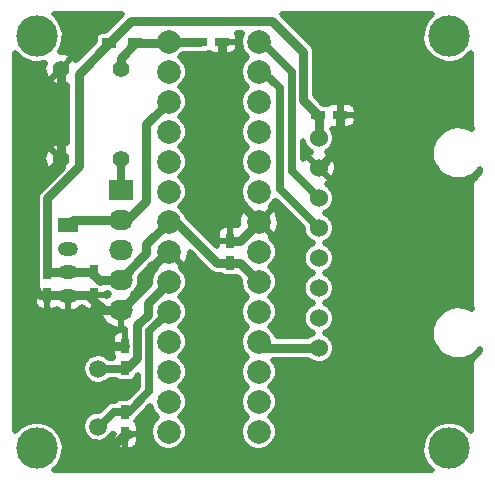
<source format=gbl>
G04 #@! TF.FileFunction,Copper,L2,Bot,Signal*
%FSLAX46Y46*%
G04 Gerber Fmt 4.6, Leading zero omitted, Abs format (unit mm)*
G04 Created by KiCad (PCBNEW 4.0.1-stable) date 2018/02/16 21:14:19*
%MOMM*%
G01*
G04 APERTURE LIST*
%ADD10C,0.100000*%
%ADD11R,1.700000X1.200000*%
%ADD12O,1.700000X1.200000*%
%ADD13C,1.397000*%
%ADD14R,2.032000X1.727200*%
%ADD15O,2.032000X1.727200*%
%ADD16C,2.000000*%
%ADD17C,3.500000*%
%ADD18C,1.524000*%
%ADD19R,0.750000X1.200000*%
%ADD20R,1.200000X0.750000*%
%ADD21R,1.200000X0.900000*%
%ADD22C,1.500000*%
%ADD23C,0.800000*%
%ADD24C,0.700000*%
%ADD25C,0.400000*%
%ADD26C,0.500000*%
G04 APERTURE END LIST*
D10*
D11*
X113919000Y-97790000D03*
D12*
X113919000Y-99790000D03*
X113919000Y-101790000D03*
X113919000Y-103790000D03*
D13*
X118364000Y-92202000D03*
X113284000Y-92202000D03*
X118364000Y-84582000D03*
X113284000Y-84582000D03*
D14*
X118364000Y-94869000D03*
D15*
X118364000Y-97409000D03*
X118364000Y-99949000D03*
X118364000Y-102489000D03*
X118364000Y-105029000D03*
D16*
X122428000Y-84836000D03*
X122428000Y-87376000D03*
X122428000Y-89916000D03*
X122428000Y-92456000D03*
X122428000Y-94996000D03*
X122428000Y-97536000D03*
X122428000Y-100076000D03*
X122428000Y-102616000D03*
X122428000Y-105156000D03*
X122428000Y-107696000D03*
X122428000Y-110236000D03*
X122428000Y-112776000D03*
X122428000Y-115316000D03*
X122428000Y-82296000D03*
X130048000Y-115316000D03*
X130048000Y-112776000D03*
X130048000Y-110236000D03*
X130048000Y-107696000D03*
X130048000Y-105156000D03*
X130048000Y-102616000D03*
X130048000Y-100076000D03*
X130048000Y-97536000D03*
X130048000Y-94996000D03*
X130048000Y-92456000D03*
X130048000Y-89916000D03*
X130048000Y-87376000D03*
X130048000Y-84836000D03*
X130048000Y-82296000D03*
D17*
X111252000Y-116713000D03*
X111252000Y-81788000D03*
D18*
X135128000Y-90424000D03*
X135128000Y-92964000D03*
X135128000Y-95504000D03*
X135128000Y-98044000D03*
X135128000Y-100584000D03*
X135128000Y-103124000D03*
X135128000Y-105664000D03*
X135128000Y-108204000D03*
D17*
X146177000Y-81788000D03*
D19*
X112141000Y-101793000D03*
X112141000Y-103693000D03*
X118745000Y-109916000D03*
X118745000Y-108016000D03*
X118745000Y-113604000D03*
X118745000Y-115504000D03*
X116078000Y-101793000D03*
X116078000Y-103693000D03*
X127635000Y-101026000D03*
X127635000Y-99126000D03*
D20*
X135067000Y-88519000D03*
X136967000Y-88519000D03*
X125034000Y-82296000D03*
X126934000Y-82296000D03*
D21*
X117391000Y-82423000D03*
X119591000Y-82423000D03*
D22*
X116459000Y-109982000D03*
X116459000Y-114862000D03*
D17*
X146177000Y-116713000D03*
D23*
X114808000Y-89535000D02*
X114808000Y-92837000D01*
X112141000Y-95504000D02*
X112141000Y-101793000D01*
X114808000Y-92837000D02*
X112141000Y-95504000D01*
X113919000Y-101790000D02*
X112271000Y-101790000D01*
X112271000Y-101790000D02*
X112268000Y-101793000D01*
X114909600Y-101790000D02*
X113795000Y-101790000D01*
X114909600Y-101790000D02*
X115821000Y-101790000D01*
X115821000Y-101790000D02*
X116586000Y-102555000D01*
X118364000Y-102489000D02*
X118364000Y-102362000D01*
X118364000Y-102362000D02*
X120523000Y-100203000D01*
X120523000Y-99441000D02*
X122428000Y-97536000D01*
X120523000Y-100203000D02*
X120523000Y-99441000D01*
X122428000Y-97536000D02*
X123063000Y-97536000D01*
X123063000Y-97536000D02*
X126553000Y-101026000D01*
X126553000Y-101026000D02*
X127635000Y-101026000D01*
X117391000Y-82423000D02*
X117391000Y-82380000D01*
X117391000Y-82380000D02*
X119253000Y-80518000D01*
X133792002Y-87244002D02*
X135067000Y-88519000D01*
X133792002Y-83119002D02*
X133792002Y-87244002D01*
X131191000Y-80518000D02*
X133792002Y-83119002D01*
X119253000Y-80518000D02*
X131191000Y-80518000D01*
X114808000Y-89535000D02*
X114808000Y-85006000D01*
X114808000Y-85006000D02*
X117391000Y-82423000D01*
X114808000Y-89535000D02*
X114808000Y-89492000D01*
X135067000Y-88519000D02*
X134808002Y-88519000D01*
X135128000Y-90424000D02*
X135128000Y-88580000D01*
X135128000Y-88580000D02*
X135067000Y-88519000D01*
X116586000Y-102555000D02*
X116652000Y-102489000D01*
X116652000Y-102489000D02*
X118364000Y-102489000D01*
D24*
X118364000Y-102489000D02*
X116652000Y-102489000D01*
X116652000Y-102489000D02*
X116586000Y-102555000D01*
D23*
X127635000Y-101026000D02*
X128458000Y-101026000D01*
X128458000Y-101026000D02*
X130048000Y-102616000D01*
X112141000Y-103693000D02*
X111567000Y-103693000D01*
X111125000Y-95105784D02*
X113338892Y-92891892D01*
X111125000Y-103251000D02*
X111125000Y-95105784D01*
X111567000Y-103693000D02*
X111125000Y-103251000D01*
X113338892Y-92891892D02*
X113338892Y-92256892D01*
X113338892Y-92256892D02*
X113284000Y-92202000D01*
X113284000Y-84582000D02*
X113284000Y-92202000D01*
X118364000Y-105029000D02*
X116906000Y-105029000D01*
X116906000Y-105029000D02*
X115570000Y-103693000D01*
X115570000Y-103693000D02*
X112268000Y-103693000D01*
X122301000Y-100076000D02*
X120142000Y-102235000D01*
X120142000Y-103251000D02*
X118364000Y-105029000D01*
X120142000Y-102235000D02*
X120142000Y-103251000D01*
X122428000Y-100076000D02*
X122301000Y-100076000D01*
X126934000Y-82296000D02*
X126934000Y-94422000D01*
X126934000Y-94422000D02*
X130048000Y-97536000D01*
X135128000Y-92964000D02*
X135255000Y-92964000D01*
X118745000Y-108016000D02*
X116266000Y-108016000D01*
X117790000Y-116459000D02*
X118745000Y-115504000D01*
X115951000Y-116459000D02*
X117790000Y-116459000D01*
X114935000Y-115443000D02*
X115951000Y-116459000D01*
X114935000Y-109347000D02*
X114935000Y-115443000D01*
X116266000Y-108016000D02*
X114935000Y-109347000D01*
X118745000Y-115504000D02*
X119060000Y-115504000D01*
X136967000Y-88519000D02*
X136967000Y-91125000D01*
X136967000Y-91125000D02*
X135128000Y-92964000D01*
X127635000Y-99126000D02*
X128458000Y-99126000D01*
X128458000Y-99126000D02*
X130048000Y-97536000D01*
X118745000Y-109916000D02*
X118876998Y-109916000D01*
X118876998Y-109916000D02*
X119761000Y-109031998D01*
X120650000Y-104394000D02*
X122428000Y-102616000D01*
X120650000Y-105410000D02*
X120650000Y-104394000D01*
X119761000Y-106299000D02*
X120650000Y-105410000D01*
X119761000Y-109031998D02*
X119761000Y-106299000D01*
D24*
X118745000Y-109916000D02*
X119065000Y-109916000D01*
X116459000Y-109982000D02*
X118679000Y-109982000D01*
X118745000Y-113604000D02*
X119060000Y-113604000D01*
X119060000Y-113604000D02*
X120777000Y-111887000D01*
X120777000Y-111887000D02*
X120777000Y-106807000D01*
X120777000Y-106807000D02*
X122428000Y-105156000D01*
X116459000Y-114862000D02*
X116532000Y-114862000D01*
X116532000Y-114862000D02*
X117790000Y-113604000D01*
X117790000Y-113604000D02*
X118933000Y-113604000D01*
D23*
X118364000Y-84582000D02*
X118364000Y-83650000D01*
X118364000Y-83650000D02*
X119591000Y-82423000D01*
X119591000Y-82423000D02*
X122301000Y-82423000D01*
X122301000Y-82423000D02*
X122428000Y-82296000D01*
X122428000Y-82296000D02*
X125034000Y-82296000D01*
D24*
X118364000Y-94869000D02*
X118364000Y-92202000D01*
X118364000Y-92202000D02*
X118364000Y-91948000D01*
D23*
X114078000Y-99949000D02*
X113919000Y-99790000D01*
X118364000Y-97409000D02*
X114300000Y-97409000D01*
X114300000Y-97409000D02*
X113919000Y-97790000D01*
X118364000Y-97409000D02*
X118872000Y-97409000D01*
X118872000Y-97409000D02*
X120523000Y-95758000D01*
X120523000Y-89281000D02*
X122428000Y-87376000D01*
X120523000Y-95758000D02*
X120523000Y-89281000D01*
D24*
X122428000Y-87376000D02*
X122682000Y-87376000D01*
D23*
X135128000Y-108204000D02*
X130556000Y-108204000D01*
X130556000Y-108204000D02*
X130048000Y-107696000D01*
D24*
X130048000Y-84836000D02*
X130429000Y-84836000D01*
X130429000Y-84836000D02*
X131826000Y-86233000D01*
X131826000Y-94742000D02*
X135128000Y-98044000D01*
X131826000Y-86233000D02*
X131826000Y-94742000D01*
X130048000Y-84836000D02*
X130683000Y-84836000D01*
D25*
X130048000Y-84836000D02*
X130556000Y-84836000D01*
D24*
X130048000Y-82296000D02*
X130302000Y-82296000D01*
X130302000Y-82296000D02*
X132842000Y-84836000D01*
X132842000Y-84836000D02*
X132842000Y-93218000D01*
X132842000Y-93218000D02*
X135128000Y-95504000D01*
X130048000Y-115316000D02*
X130556000Y-115316000D01*
D26*
G36*
X116986689Y-81370097D02*
X116791000Y-81370097D01*
X116695452Y-81377716D01*
X116533393Y-81427903D01*
X116391731Y-81521252D01*
X116281685Y-81650370D01*
X116211966Y-81805035D01*
X116188097Y-81973000D01*
X116188097Y-82211689D01*
X114548198Y-83851588D01*
X114529786Y-83813889D01*
X114470382Y-83724987D01*
X114187711Y-83683945D01*
X113289657Y-84582000D01*
X113303799Y-84596142D01*
X113298142Y-84601799D01*
X113284000Y-84587657D01*
X112385945Y-85485711D01*
X112426987Y-85768382D01*
X112674907Y-85912781D01*
X112946233Y-86006039D01*
X113230539Y-86044572D01*
X113516900Y-86026898D01*
X113794311Y-85953699D01*
X113808000Y-85947013D01*
X113808000Y-90841972D01*
X113621767Y-90777961D01*
X113337461Y-90739428D01*
X113051100Y-90757102D01*
X112773689Y-90830301D01*
X112515889Y-90956214D01*
X112426987Y-91015618D01*
X112385945Y-91298289D01*
X113284000Y-92196343D01*
X113298142Y-92182201D01*
X113303799Y-92187858D01*
X113289657Y-92202000D01*
X113303799Y-92216142D01*
X113298142Y-92221799D01*
X113284000Y-92207657D01*
X112385945Y-93105711D01*
X112426987Y-93388382D01*
X112674907Y-93532781D01*
X112692097Y-93538689D01*
X111433893Y-94796893D01*
X111375242Y-94868297D01*
X111315887Y-94939033D01*
X111313354Y-94943640D01*
X111310016Y-94947704D01*
X111266353Y-95029136D01*
X111221865Y-95110058D01*
X111220276Y-95115068D01*
X111217790Y-95119704D01*
X111190790Y-95208018D01*
X111162852Y-95296088D01*
X111162265Y-95301318D01*
X111160729Y-95306343D01*
X111151399Y-95398195D01*
X111141097Y-95490038D01*
X111141026Y-95500316D01*
X111141006Y-95500509D01*
X111141023Y-95500689D01*
X111141000Y-95504000D01*
X111141000Y-101793000D01*
X111160045Y-101987234D01*
X111163097Y-101997343D01*
X111163097Y-102393000D01*
X111170716Y-102488548D01*
X111200926Y-102586100D01*
X111177223Y-102609803D01*
X111094269Y-102733952D01*
X111037130Y-102871899D01*
X111008000Y-103018343D01*
X111008000Y-103499500D01*
X111197500Y-103689000D01*
X112137000Y-103689000D01*
X112137000Y-103669000D01*
X112145000Y-103669000D01*
X112145000Y-103689000D01*
X112165000Y-103689000D01*
X112165000Y-103697000D01*
X112145000Y-103697000D01*
X112145000Y-104861500D01*
X112334500Y-105051000D01*
X112590656Y-105051000D01*
X112737100Y-105021871D01*
X112875047Y-104964731D01*
X112930815Y-104927468D01*
X113145620Y-105043098D01*
X113400144Y-105121126D01*
X113665000Y-105148000D01*
X113915000Y-105148000D01*
X113915000Y-103794000D01*
X113895000Y-103794000D01*
X113895000Y-103786000D01*
X113915000Y-103786000D01*
X113915000Y-103766000D01*
X113923000Y-103766000D01*
X113923000Y-103786000D01*
X113943000Y-103786000D01*
X113943000Y-103794000D01*
X113923000Y-103794000D01*
X113923000Y-105148000D01*
X114173000Y-105148000D01*
X114437856Y-105121126D01*
X114692380Y-105043098D01*
X114926791Y-104916914D01*
X115108181Y-104767155D01*
X115114223Y-104776197D01*
X115219804Y-104881777D01*
X115343953Y-104964731D01*
X115481900Y-105021871D01*
X115628344Y-105051000D01*
X115884500Y-105051000D01*
X116074000Y-104861500D01*
X116074000Y-103697000D01*
X116054000Y-103697000D01*
X116054000Y-103689000D01*
X116074000Y-103689000D01*
X116074000Y-103669000D01*
X116082000Y-103669000D01*
X116082000Y-103689000D01*
X117021500Y-103689000D01*
X117179499Y-103531001D01*
X117339771Y-103665485D01*
X117307361Y-103682911D01*
X117142988Y-103818488D01*
X117021500Y-103697000D01*
X116082000Y-103697000D01*
X116082000Y-104861500D01*
X116271500Y-105051000D01*
X116527656Y-105051000D01*
X116618140Y-105033002D01*
X116779505Y-105033002D01*
X116610595Y-105286624D01*
X116620378Y-105341435D01*
X116711906Y-105645864D01*
X116861066Y-105926587D01*
X117062127Y-106172816D01*
X117307361Y-106375089D01*
X117587345Y-106525632D01*
X117891318Y-106618661D01*
X118207600Y-106650600D01*
X118360000Y-106650600D01*
X118360000Y-105033000D01*
X118340000Y-105033000D01*
X118340000Y-105025000D01*
X118360000Y-105025000D01*
X118360000Y-105005000D01*
X118368000Y-105005000D01*
X118368000Y-105025000D01*
X118388000Y-105025000D01*
X118388000Y-105033000D01*
X118368000Y-105033000D01*
X118368000Y-106650600D01*
X118520400Y-106650600D01*
X118761000Y-106626304D01*
X118761000Y-106835500D01*
X118749000Y-106847500D01*
X118749000Y-108012000D01*
X118761000Y-108012000D01*
X118761000Y-108020000D01*
X118749000Y-108020000D01*
X118749000Y-108040000D01*
X118741000Y-108040000D01*
X118741000Y-108020000D01*
X117801500Y-108020000D01*
X117612000Y-108209500D01*
X117612000Y-108690657D01*
X117641130Y-108837101D01*
X117698269Y-108975048D01*
X117736323Y-109032000D01*
X117418249Y-109032000D01*
X117323686Y-108936774D01*
X117104199Y-108788729D01*
X116860137Y-108686134D01*
X116600796Y-108632899D01*
X116336054Y-108631051D01*
X116075995Y-108680660D01*
X115830524Y-108779836D01*
X115608992Y-108924803D01*
X115419836Y-109110038D01*
X115270262Y-109328486D01*
X115165966Y-109571826D01*
X115110922Y-109830789D01*
X115107226Y-110095512D01*
X115155018Y-110355911D01*
X115252478Y-110602068D01*
X115395895Y-110824607D01*
X115579805Y-111015051D01*
X115797203Y-111166147D01*
X116039809Y-111272139D01*
X116298381Y-111328989D01*
X116563072Y-111334534D01*
X116823798Y-111288561D01*
X117070630Y-111192821D01*
X117294164Y-111050962D01*
X117419087Y-110932000D01*
X117937883Y-110932000D01*
X118047370Y-111025315D01*
X118202035Y-111095034D01*
X118370000Y-111118903D01*
X119120000Y-111118903D01*
X119215548Y-111111284D01*
X119377607Y-111061097D01*
X119519269Y-110967748D01*
X119629315Y-110838630D01*
X119699034Y-110683965D01*
X119709486Y-110610413D01*
X119734402Y-110590092D01*
X119827000Y-110478161D01*
X119827000Y-111493497D01*
X118919401Y-112401097D01*
X118370000Y-112401097D01*
X118274452Y-112408716D01*
X118112393Y-112458903D01*
X117970731Y-112552252D01*
X117884012Y-112654000D01*
X117790000Y-112654000D01*
X117702700Y-112662560D01*
X117615247Y-112670211D01*
X117610446Y-112671606D01*
X117605477Y-112672093D01*
X117521493Y-112697449D01*
X117437201Y-112721938D01*
X117432766Y-112724237D01*
X117427983Y-112725681D01*
X117350499Y-112766880D01*
X117272593Y-112807263D01*
X117268689Y-112810380D01*
X117264278Y-112812725D01*
X117196270Y-112868192D01*
X117127694Y-112922935D01*
X117120738Y-112929794D01*
X117120598Y-112929908D01*
X117120491Y-112930037D01*
X117118249Y-112932248D01*
X116538037Y-113512461D01*
X116336054Y-113511051D01*
X116075995Y-113560660D01*
X115830524Y-113659836D01*
X115608992Y-113804803D01*
X115419836Y-113990038D01*
X115270262Y-114208486D01*
X115165966Y-114451826D01*
X115110922Y-114710789D01*
X115107226Y-114975512D01*
X115155018Y-115235911D01*
X115252478Y-115482068D01*
X115395895Y-115704607D01*
X115579805Y-115895051D01*
X115797203Y-116046147D01*
X116039809Y-116152139D01*
X116298381Y-116208989D01*
X116563072Y-116214534D01*
X116823798Y-116168561D01*
X117070630Y-116072821D01*
X117294164Y-115930962D01*
X117485888Y-115748386D01*
X117638498Y-115532048D01*
X117649204Y-115508002D01*
X117801498Y-115508002D01*
X117612000Y-115697500D01*
X117612000Y-116178657D01*
X117641130Y-116325101D01*
X117698269Y-116463048D01*
X117781223Y-116587197D01*
X117886804Y-116692777D01*
X118010953Y-116775731D01*
X118148900Y-116832871D01*
X118295344Y-116862000D01*
X118551500Y-116862000D01*
X118741000Y-116672500D01*
X118741000Y-115508000D01*
X118749000Y-115508000D01*
X118749000Y-116672500D01*
X118938500Y-116862000D01*
X119194656Y-116862000D01*
X119341100Y-116832871D01*
X119479047Y-116775731D01*
X119603196Y-116692777D01*
X119708777Y-116587197D01*
X119791731Y-116463048D01*
X119848870Y-116325101D01*
X119878000Y-116178657D01*
X119878000Y-115697500D01*
X119688500Y-115508000D01*
X118749000Y-115508000D01*
X118741000Y-115508000D01*
X118721000Y-115508000D01*
X118721000Y-115500000D01*
X118741000Y-115500000D01*
X118741000Y-115480000D01*
X118749000Y-115480000D01*
X118749000Y-115500000D01*
X119688500Y-115500000D01*
X119878000Y-115310500D01*
X119878000Y-114829343D01*
X119848870Y-114682899D01*
X119791731Y-114544952D01*
X119708777Y-114420803D01*
X119686887Y-114398913D01*
X119699034Y-114371965D01*
X119709985Y-114294901D01*
X119722307Y-114285065D01*
X119729259Y-114278208D01*
X119729402Y-114278092D01*
X119729511Y-114277960D01*
X119731751Y-114275751D01*
X120867933Y-113139570D01*
X120882539Y-113219154D01*
X120998048Y-113510896D01*
X121168023Y-113774645D01*
X121385990Y-114000357D01*
X121449208Y-114044294D01*
X121420583Y-114063026D01*
X121196398Y-114282563D01*
X121019125Y-114541464D01*
X120895515Y-114829867D01*
X120830278Y-115136787D01*
X120825897Y-115450532D01*
X120882539Y-115759154D01*
X120998048Y-116050896D01*
X121168023Y-116314645D01*
X121385990Y-116540357D01*
X121643648Y-116719433D01*
X121931180Y-116845054D01*
X122237637Y-116912432D01*
X122551344Y-116919004D01*
X122860354Y-116864517D01*
X123152895Y-116751048D01*
X123417825Y-116582918D01*
X123645053Y-116366532D01*
X123825924Y-116110131D01*
X123953548Y-115823482D01*
X124023064Y-115517504D01*
X124028069Y-115159112D01*
X123967123Y-114851311D01*
X123847552Y-114561211D01*
X123673911Y-114299860D01*
X123452813Y-114077213D01*
X123409655Y-114048103D01*
X123417825Y-114042918D01*
X123645053Y-113826532D01*
X123825924Y-113570131D01*
X123953548Y-113283482D01*
X124023064Y-112977504D01*
X124028069Y-112619112D01*
X123967123Y-112311311D01*
X123847552Y-112021211D01*
X123673911Y-111759860D01*
X123452813Y-111537213D01*
X123409655Y-111508103D01*
X123417825Y-111502918D01*
X123645053Y-111286532D01*
X123825924Y-111030131D01*
X123953548Y-110743482D01*
X124023064Y-110437504D01*
X124028069Y-110079112D01*
X123967123Y-109771311D01*
X123847552Y-109481211D01*
X123673911Y-109219860D01*
X123452813Y-108997213D01*
X123409655Y-108968103D01*
X123417825Y-108962918D01*
X123645053Y-108746532D01*
X123825924Y-108490131D01*
X123953548Y-108203482D01*
X124023064Y-107897504D01*
X124028069Y-107539112D01*
X123967123Y-107231311D01*
X123847552Y-106941211D01*
X123673911Y-106679860D01*
X123452813Y-106457213D01*
X123409655Y-106428103D01*
X123417825Y-106422918D01*
X123645053Y-106206532D01*
X123825924Y-105950131D01*
X123953548Y-105663482D01*
X124023064Y-105357504D01*
X124028069Y-104999112D01*
X123967123Y-104691311D01*
X123847552Y-104401211D01*
X123673911Y-104139860D01*
X123452813Y-103917213D01*
X123409655Y-103888103D01*
X123417825Y-103882918D01*
X123645053Y-103666532D01*
X123825924Y-103410131D01*
X123953548Y-103123482D01*
X124023064Y-102817504D01*
X124028069Y-102459112D01*
X123967123Y-102151311D01*
X123847552Y-101861211D01*
X123673911Y-101599860D01*
X123486746Y-101411384D01*
X123540280Y-101193937D01*
X122428000Y-100081657D01*
X121315720Y-101193937D01*
X121369632Y-101412921D01*
X121196398Y-101582563D01*
X121019125Y-101841464D01*
X120895515Y-102129867D01*
X120830278Y-102436787D01*
X120825897Y-102750532D01*
X120834171Y-102795615D01*
X119942893Y-103686893D01*
X119884242Y-103758297D01*
X119824887Y-103829033D01*
X119822354Y-103833640D01*
X119819016Y-103837704D01*
X119775353Y-103919136D01*
X119742457Y-103978972D01*
X119665873Y-103885184D01*
X119420639Y-103682911D01*
X119387109Y-103664882D01*
X119555522Y-103527528D01*
X119737598Y-103307435D01*
X119873458Y-103056168D01*
X119957925Y-102783298D01*
X119987783Y-102499218D01*
X119961895Y-102214749D01*
X119953611Y-102186603D01*
X121022684Y-101117530D01*
X121310063Y-101188280D01*
X122422343Y-100076000D01*
X122408201Y-100061858D01*
X122413858Y-100056201D01*
X122428000Y-100070343D01*
X122442142Y-100056201D01*
X122447799Y-100061858D01*
X122433657Y-100076000D01*
X123545937Y-101188280D01*
X123859480Y-101111088D01*
X124033911Y-100811931D01*
X124146627Y-100484492D01*
X124193296Y-100141355D01*
X124189326Y-100076540D01*
X125845893Y-101733107D01*
X125917297Y-101791758D01*
X125988033Y-101851113D01*
X125992640Y-101853646D01*
X125996704Y-101856984D01*
X126078136Y-101900647D01*
X126159058Y-101945135D01*
X126164068Y-101946724D01*
X126168704Y-101949210D01*
X126257018Y-101976210D01*
X126345088Y-102004148D01*
X126350318Y-102004735D01*
X126355343Y-102006271D01*
X126447195Y-102015601D01*
X126539038Y-102025903D01*
X126549316Y-102025974D01*
X126549509Y-102025994D01*
X126549689Y-102025977D01*
X126553000Y-102026000D01*
X126809110Y-102026000D01*
X126937370Y-102135315D01*
X127092035Y-102205034D01*
X127260000Y-102228903D01*
X128010000Y-102228903D01*
X128105548Y-102221284D01*
X128207498Y-102189712D01*
X128451031Y-102433245D01*
X128450278Y-102436787D01*
X128445897Y-102750532D01*
X128502539Y-103059154D01*
X128618048Y-103350896D01*
X128788023Y-103614645D01*
X129005990Y-103840357D01*
X129069208Y-103884294D01*
X129040583Y-103903026D01*
X128816398Y-104122563D01*
X128639125Y-104381464D01*
X128515515Y-104669867D01*
X128450278Y-104976787D01*
X128445897Y-105290532D01*
X128502539Y-105599154D01*
X128618048Y-105890896D01*
X128788023Y-106154645D01*
X129005990Y-106380357D01*
X129069208Y-106424294D01*
X129040583Y-106443026D01*
X128816398Y-106662563D01*
X128639125Y-106921464D01*
X128515515Y-107209867D01*
X128450278Y-107516787D01*
X128445897Y-107830532D01*
X128502539Y-108139154D01*
X128618048Y-108430896D01*
X128788023Y-108694645D01*
X129005990Y-108920357D01*
X129069208Y-108964294D01*
X129040583Y-108983026D01*
X128816398Y-109202563D01*
X128639125Y-109461464D01*
X128515515Y-109749867D01*
X128450278Y-110056787D01*
X128445897Y-110370532D01*
X128502539Y-110679154D01*
X128618048Y-110970896D01*
X128788023Y-111234645D01*
X129005990Y-111460357D01*
X129069208Y-111504294D01*
X129040583Y-111523026D01*
X128816398Y-111742563D01*
X128639125Y-112001464D01*
X128515515Y-112289867D01*
X128450278Y-112596787D01*
X128445897Y-112910532D01*
X128502539Y-113219154D01*
X128618048Y-113510896D01*
X128788023Y-113774645D01*
X129005990Y-114000357D01*
X129069208Y-114044294D01*
X129040583Y-114063026D01*
X128816398Y-114282563D01*
X128639125Y-114541464D01*
X128515515Y-114829867D01*
X128450278Y-115136787D01*
X128445897Y-115450532D01*
X128502539Y-115759154D01*
X128618048Y-116050896D01*
X128788023Y-116314645D01*
X129005990Y-116540357D01*
X129263648Y-116719433D01*
X129551180Y-116845054D01*
X129857637Y-116912432D01*
X130171344Y-116919004D01*
X130480354Y-116864517D01*
X130772895Y-116751048D01*
X131037825Y-116582918D01*
X131265053Y-116366532D01*
X131445924Y-116110131D01*
X131573548Y-115823482D01*
X131643064Y-115517504D01*
X131648069Y-115159112D01*
X131587123Y-114851311D01*
X131467552Y-114561211D01*
X131293911Y-114299860D01*
X131072813Y-114077213D01*
X131029655Y-114048103D01*
X131037825Y-114042918D01*
X131265053Y-113826532D01*
X131445924Y-113570131D01*
X131573548Y-113283482D01*
X131643064Y-112977504D01*
X131648069Y-112619112D01*
X131587123Y-112311311D01*
X131467552Y-112021211D01*
X131293911Y-111759860D01*
X131072813Y-111537213D01*
X131029655Y-111508103D01*
X131037825Y-111502918D01*
X131265053Y-111286532D01*
X131445924Y-111030131D01*
X131573548Y-110743482D01*
X131643064Y-110437504D01*
X131648069Y-110079112D01*
X131587123Y-109771311D01*
X131467552Y-109481211D01*
X131293911Y-109219860D01*
X131278161Y-109204000D01*
X134200205Y-109204000D01*
X134240990Y-109246234D01*
X134460320Y-109398672D01*
X134705082Y-109505606D01*
X134965954Y-109562963D01*
X135232997Y-109568556D01*
X135496041Y-109522175D01*
X135745066Y-109425584D01*
X135970588Y-109282464D01*
X136164016Y-109098265D01*
X136317982Y-108880004D01*
X136426622Y-108635994D01*
X136485798Y-108375530D01*
X136490058Y-108070449D01*
X136438178Y-107808434D01*
X136336393Y-107561486D01*
X136188581Y-107339011D01*
X136000372Y-107149483D01*
X135778935Y-107000122D01*
X135620968Y-106933719D01*
X135745066Y-106885584D01*
X135970588Y-106742464D01*
X136164016Y-106558265D01*
X136317982Y-106340004D01*
X136426622Y-106095994D01*
X136485798Y-105835530D01*
X136490058Y-105530449D01*
X136438178Y-105268434D01*
X136336393Y-105021486D01*
X136188581Y-104799011D01*
X136000372Y-104609483D01*
X135778935Y-104460122D01*
X135620968Y-104393719D01*
X135745066Y-104345584D01*
X135970588Y-104202464D01*
X136164016Y-104018265D01*
X136317982Y-103800004D01*
X136426622Y-103555994D01*
X136485798Y-103295530D01*
X136490058Y-102990449D01*
X136438178Y-102728434D01*
X136336393Y-102481486D01*
X136188581Y-102259011D01*
X136000372Y-102069483D01*
X135778935Y-101920122D01*
X135620968Y-101853719D01*
X135745066Y-101805584D01*
X135970588Y-101662464D01*
X136164016Y-101478265D01*
X136317982Y-101260004D01*
X136426622Y-101015994D01*
X136485798Y-100755530D01*
X136490058Y-100450449D01*
X136438178Y-100188434D01*
X136336393Y-99941486D01*
X136188581Y-99719011D01*
X136000372Y-99529483D01*
X135778935Y-99380122D01*
X135620968Y-99313719D01*
X135745066Y-99265584D01*
X135970588Y-99122464D01*
X136164016Y-98938265D01*
X136317982Y-98720004D01*
X136426622Y-98475994D01*
X136485798Y-98215530D01*
X136490058Y-97910449D01*
X136438178Y-97648434D01*
X136336393Y-97401486D01*
X136188581Y-97179011D01*
X136000372Y-96989483D01*
X135778935Y-96840122D01*
X135620968Y-96773719D01*
X135745066Y-96725584D01*
X135970588Y-96582464D01*
X136164016Y-96398265D01*
X136317982Y-96180004D01*
X136426622Y-95935994D01*
X136485798Y-95675530D01*
X136490058Y-95370449D01*
X136438178Y-95108434D01*
X136336393Y-94861486D01*
X136188581Y-94639011D01*
X136000372Y-94449483D01*
X135811237Y-94321910D01*
X135929450Y-94264190D01*
X136022518Y-94202003D01*
X136071174Y-93912831D01*
X135128000Y-92969657D01*
X135113858Y-92983799D01*
X135108201Y-92978142D01*
X135122343Y-92964000D01*
X135133657Y-92964000D01*
X136076831Y-93907174D01*
X136366003Y-93858518D01*
X136516727Y-93599807D01*
X136614083Y-93316663D01*
X136654330Y-93019966D01*
X136635920Y-92721118D01*
X136559562Y-92431604D01*
X136428190Y-92162550D01*
X136366003Y-92069482D01*
X136076831Y-92020826D01*
X135133657Y-92964000D01*
X135122343Y-92964000D01*
X134179169Y-92020826D01*
X133889997Y-92069482D01*
X133792000Y-92237689D01*
X133792000Y-90689937D01*
X133812427Y-90801235D01*
X133910754Y-91049580D01*
X134055445Y-91274097D01*
X134240990Y-91466234D01*
X134443267Y-91606820D01*
X134326550Y-91663810D01*
X134233482Y-91725997D01*
X134184826Y-92015169D01*
X135128000Y-92958343D01*
X136071174Y-92015169D01*
X136022518Y-91725997D01*
X135811800Y-91603234D01*
X135970588Y-91502464D01*
X136164016Y-91318265D01*
X136317982Y-91100004D01*
X136426622Y-90855994D01*
X136485798Y-90595530D01*
X136490058Y-90290449D01*
X136438178Y-90028434D01*
X136336393Y-89781486D01*
X136243970Y-89642378D01*
X136292343Y-89652000D01*
X136773500Y-89652000D01*
X136963000Y-89462500D01*
X136963000Y-88523000D01*
X136971000Y-88523000D01*
X136971000Y-89462500D01*
X137160500Y-89652000D01*
X137641657Y-89652000D01*
X137788101Y-89622870D01*
X137926048Y-89565731D01*
X138050197Y-89482777D01*
X138155777Y-89377196D01*
X138238731Y-89253047D01*
X138295871Y-89115100D01*
X138325000Y-88968656D01*
X138325000Y-88712500D01*
X138135500Y-88523000D01*
X136971000Y-88523000D01*
X136963000Y-88523000D01*
X136943000Y-88523000D01*
X136943000Y-88515000D01*
X136963000Y-88515000D01*
X136963000Y-87575500D01*
X136971000Y-87575500D01*
X136971000Y-88515000D01*
X138135500Y-88515000D01*
X138325000Y-88325500D01*
X138325000Y-88069344D01*
X138295871Y-87922900D01*
X138238731Y-87784953D01*
X138155777Y-87660804D01*
X138050197Y-87555223D01*
X137926048Y-87472269D01*
X137788101Y-87415130D01*
X137641657Y-87386000D01*
X137160500Y-87386000D01*
X136971000Y-87575500D01*
X136963000Y-87575500D01*
X136773500Y-87386000D01*
X136292343Y-87386000D01*
X136145899Y-87415130D01*
X136007952Y-87472269D01*
X135883803Y-87555223D01*
X135861913Y-87577113D01*
X135834965Y-87564966D01*
X135667000Y-87541097D01*
X135503310Y-87541097D01*
X134792002Y-86829788D01*
X134792002Y-83119002D01*
X134782986Y-83027052D01*
X134774937Y-82935051D01*
X134773470Y-82930002D01*
X134772957Y-82924768D01*
X134746248Y-82836302D01*
X134720487Y-82747634D01*
X134718069Y-82742968D01*
X134716548Y-82737932D01*
X134673182Y-82656371D01*
X134630673Y-82574363D01*
X134627391Y-82570252D01*
X134624923Y-82565610D01*
X134566573Y-82494066D01*
X134508913Y-82421836D01*
X134501693Y-82414515D01*
X134501573Y-82414368D01*
X134501437Y-82414255D01*
X134499109Y-82411895D01*
X132010214Y-79923000D01*
X144735092Y-79923000D01*
X144697356Y-79947694D01*
X144368085Y-80270140D01*
X144107715Y-80650401D01*
X143926163Y-81073993D01*
X143830345Y-81524780D01*
X143823911Y-81985594D01*
X143907105Y-82438882D01*
X144076758Y-82867378D01*
X144326409Y-83254760D01*
X144646548Y-83586274D01*
X145024982Y-83849293D01*
X145447296Y-84033797D01*
X145897404Y-84132760D01*
X146358162Y-84142411D01*
X146812019Y-84062384D01*
X147241689Y-83895726D01*
X147630805Y-83648786D01*
X147964546Y-83330968D01*
X148042000Y-83221170D01*
X148042000Y-89408000D01*
X148048082Y-89470031D01*
X148053518Y-89532167D01*
X148054509Y-89535577D01*
X148054855Y-89539108D01*
X148072879Y-89598808D01*
X148090272Y-89658673D01*
X148091904Y-89661822D01*
X148092931Y-89665223D01*
X148106158Y-89690099D01*
X147780139Y-89525415D01*
X147342906Y-89403337D01*
X146890288Y-89368510D01*
X146439526Y-89422260D01*
X146007788Y-89562540D01*
X145611520Y-89784007D01*
X145265816Y-90078225D01*
X144983842Y-90433987D01*
X144776340Y-90837742D01*
X144651213Y-91274112D01*
X144613227Y-91726476D01*
X144663829Y-92177603D01*
X144801091Y-92610309D01*
X145019786Y-93008113D01*
X145311583Y-93355863D01*
X145665368Y-93640314D01*
X146067665Y-93850630D01*
X146503151Y-93978800D01*
X146955238Y-94019943D01*
X147406707Y-93972492D01*
X147840361Y-93838254D01*
X148239683Y-93622341D01*
X148589462Y-93332979D01*
X148804000Y-93069929D01*
X148804000Y-93319406D01*
X148239703Y-93883703D01*
X148200130Y-93931879D01*
X148160048Y-93979647D01*
X148158339Y-93982757D01*
X148156085Y-93985500D01*
X148126593Y-94040502D01*
X148096584Y-94095089D01*
X148095512Y-94098467D01*
X148093832Y-94101601D01*
X148075588Y-94161275D01*
X148056750Y-94220660D01*
X148056354Y-94224188D01*
X148055317Y-94227581D01*
X148049016Y-94289615D01*
X148042066Y-94351576D01*
X148042017Y-94358512D01*
X148042004Y-94358644D01*
X148042016Y-94358767D01*
X148042000Y-94361000D01*
X148042000Y-104648000D01*
X148048082Y-104710031D01*
X148053518Y-104772167D01*
X148054509Y-104775577D01*
X148054855Y-104779108D01*
X148072879Y-104838808D01*
X148090272Y-104898673D01*
X148091904Y-104901822D01*
X148092931Y-104905223D01*
X148106158Y-104930099D01*
X147780139Y-104765415D01*
X147342906Y-104643337D01*
X146890288Y-104608510D01*
X146439526Y-104662260D01*
X146007788Y-104802540D01*
X145611520Y-105024007D01*
X145265816Y-105318225D01*
X144983842Y-105673987D01*
X144776340Y-106077742D01*
X144651213Y-106514112D01*
X144613227Y-106966476D01*
X144663829Y-107417603D01*
X144801091Y-107850309D01*
X145019786Y-108248113D01*
X145311583Y-108595863D01*
X145665368Y-108880314D01*
X146067665Y-109090630D01*
X146503151Y-109218800D01*
X146955238Y-109259943D01*
X147406707Y-109212492D01*
X147840361Y-109078254D01*
X148239683Y-108862341D01*
X148589462Y-108572979D01*
X148804000Y-108309929D01*
X148804000Y-108432406D01*
X148239703Y-108996703D01*
X148200130Y-109044879D01*
X148160048Y-109092647D01*
X148158339Y-109095757D01*
X148156085Y-109098500D01*
X148126593Y-109153502D01*
X148096584Y-109208089D01*
X148095512Y-109211467D01*
X148093832Y-109214601D01*
X148075588Y-109274275D01*
X148056750Y-109333660D01*
X148056354Y-109337188D01*
X148055317Y-109340581D01*
X148049016Y-109402615D01*
X148042066Y-109464576D01*
X148042017Y-109471512D01*
X148042004Y-109471644D01*
X148042016Y-109471767D01*
X148042000Y-109474000D01*
X148042000Y-115273327D01*
X148006931Y-115220544D01*
X147682195Y-114893532D01*
X147300125Y-114635823D01*
X146875276Y-114457233D01*
X146423830Y-114364565D01*
X145962983Y-114361347D01*
X145510287Y-114447704D01*
X145082986Y-114620345D01*
X144697356Y-114872694D01*
X144368085Y-115195140D01*
X144107715Y-115575401D01*
X143926163Y-115998993D01*
X143830345Y-116449780D01*
X143823911Y-116910594D01*
X143907105Y-117363882D01*
X144076758Y-117792378D01*
X144326409Y-118179760D01*
X144646548Y-118511274D01*
X144742554Y-118578000D01*
X112699165Y-118578000D01*
X112705805Y-118573786D01*
X113039546Y-118255968D01*
X113305200Y-117879380D01*
X113492648Y-117458364D01*
X113594751Y-117008958D01*
X113602101Y-116482571D01*
X113512586Y-116030489D01*
X113336967Y-115604403D01*
X113081931Y-115220544D01*
X112757195Y-114893532D01*
X112375125Y-114635823D01*
X111950276Y-114457233D01*
X111498830Y-114364565D01*
X111037983Y-114361347D01*
X110585287Y-114447704D01*
X110157986Y-114620345D01*
X109772356Y-114872694D01*
X109443085Y-115195140D01*
X109387000Y-115277050D01*
X109387000Y-107341343D01*
X117612000Y-107341343D01*
X117612000Y-107822500D01*
X117801500Y-108012000D01*
X118741000Y-108012000D01*
X118741000Y-106847500D01*
X118551500Y-106658000D01*
X118295344Y-106658000D01*
X118148900Y-106687129D01*
X118010953Y-106744269D01*
X117886804Y-106827223D01*
X117781223Y-106932803D01*
X117698269Y-107056952D01*
X117641130Y-107194899D01*
X117612000Y-107341343D01*
X109387000Y-107341343D01*
X109387000Y-103886500D01*
X111008000Y-103886500D01*
X111008000Y-104367657D01*
X111037130Y-104514101D01*
X111094269Y-104652048D01*
X111177223Y-104776197D01*
X111282804Y-104881777D01*
X111406953Y-104964731D01*
X111544900Y-105021871D01*
X111691344Y-105051000D01*
X111947500Y-105051000D01*
X112137000Y-104861500D01*
X112137000Y-103697000D01*
X111197500Y-103697000D01*
X111008000Y-103886500D01*
X109387000Y-103886500D01*
X109387000Y-92148539D01*
X111821428Y-92148539D01*
X111839102Y-92434900D01*
X111912301Y-92712311D01*
X112038214Y-92970111D01*
X112097618Y-93059013D01*
X112380289Y-93100055D01*
X113278343Y-92202000D01*
X112380289Y-91303945D01*
X112097618Y-91344987D01*
X111953219Y-91592907D01*
X111859961Y-91864233D01*
X111821428Y-92148539D01*
X109387000Y-92148539D01*
X109387000Y-83232402D01*
X109401409Y-83254760D01*
X109721548Y-83586274D01*
X110099982Y-83849293D01*
X110522296Y-84033797D01*
X110972404Y-84132760D01*
X111433162Y-84142411D01*
X111887019Y-84062384D01*
X111927917Y-84046521D01*
X111859961Y-84244233D01*
X111821428Y-84528539D01*
X111839102Y-84814900D01*
X111912301Y-85092311D01*
X112038214Y-85350111D01*
X112097618Y-85439013D01*
X112380289Y-85480055D01*
X113278343Y-84582000D01*
X113264201Y-84567858D01*
X113269858Y-84562201D01*
X113284000Y-84576343D01*
X114182055Y-83678289D01*
X114141013Y-83395618D01*
X113893093Y-83251219D01*
X113621767Y-83157961D01*
X113337461Y-83119428D01*
X113182003Y-83129023D01*
X113305200Y-82954380D01*
X113492648Y-82533364D01*
X113594751Y-82083958D01*
X113602101Y-81557571D01*
X113512586Y-81105489D01*
X113336967Y-80679403D01*
X113081931Y-80295544D01*
X112757195Y-79968532D01*
X112689691Y-79923000D01*
X118433786Y-79923000D01*
X116986689Y-81370097D01*
X116986689Y-81370097D01*
G37*
X116986689Y-81370097D02*
X116791000Y-81370097D01*
X116695452Y-81377716D01*
X116533393Y-81427903D01*
X116391731Y-81521252D01*
X116281685Y-81650370D01*
X116211966Y-81805035D01*
X116188097Y-81973000D01*
X116188097Y-82211689D01*
X114548198Y-83851588D01*
X114529786Y-83813889D01*
X114470382Y-83724987D01*
X114187711Y-83683945D01*
X113289657Y-84582000D01*
X113303799Y-84596142D01*
X113298142Y-84601799D01*
X113284000Y-84587657D01*
X112385945Y-85485711D01*
X112426987Y-85768382D01*
X112674907Y-85912781D01*
X112946233Y-86006039D01*
X113230539Y-86044572D01*
X113516900Y-86026898D01*
X113794311Y-85953699D01*
X113808000Y-85947013D01*
X113808000Y-90841972D01*
X113621767Y-90777961D01*
X113337461Y-90739428D01*
X113051100Y-90757102D01*
X112773689Y-90830301D01*
X112515889Y-90956214D01*
X112426987Y-91015618D01*
X112385945Y-91298289D01*
X113284000Y-92196343D01*
X113298142Y-92182201D01*
X113303799Y-92187858D01*
X113289657Y-92202000D01*
X113303799Y-92216142D01*
X113298142Y-92221799D01*
X113284000Y-92207657D01*
X112385945Y-93105711D01*
X112426987Y-93388382D01*
X112674907Y-93532781D01*
X112692097Y-93538689D01*
X111433893Y-94796893D01*
X111375242Y-94868297D01*
X111315887Y-94939033D01*
X111313354Y-94943640D01*
X111310016Y-94947704D01*
X111266353Y-95029136D01*
X111221865Y-95110058D01*
X111220276Y-95115068D01*
X111217790Y-95119704D01*
X111190790Y-95208018D01*
X111162852Y-95296088D01*
X111162265Y-95301318D01*
X111160729Y-95306343D01*
X111151399Y-95398195D01*
X111141097Y-95490038D01*
X111141026Y-95500316D01*
X111141006Y-95500509D01*
X111141023Y-95500689D01*
X111141000Y-95504000D01*
X111141000Y-101793000D01*
X111160045Y-101987234D01*
X111163097Y-101997343D01*
X111163097Y-102393000D01*
X111170716Y-102488548D01*
X111200926Y-102586100D01*
X111177223Y-102609803D01*
X111094269Y-102733952D01*
X111037130Y-102871899D01*
X111008000Y-103018343D01*
X111008000Y-103499500D01*
X111197500Y-103689000D01*
X112137000Y-103689000D01*
X112137000Y-103669000D01*
X112145000Y-103669000D01*
X112145000Y-103689000D01*
X112165000Y-103689000D01*
X112165000Y-103697000D01*
X112145000Y-103697000D01*
X112145000Y-104861500D01*
X112334500Y-105051000D01*
X112590656Y-105051000D01*
X112737100Y-105021871D01*
X112875047Y-104964731D01*
X112930815Y-104927468D01*
X113145620Y-105043098D01*
X113400144Y-105121126D01*
X113665000Y-105148000D01*
X113915000Y-105148000D01*
X113915000Y-103794000D01*
X113895000Y-103794000D01*
X113895000Y-103786000D01*
X113915000Y-103786000D01*
X113915000Y-103766000D01*
X113923000Y-103766000D01*
X113923000Y-103786000D01*
X113943000Y-103786000D01*
X113943000Y-103794000D01*
X113923000Y-103794000D01*
X113923000Y-105148000D01*
X114173000Y-105148000D01*
X114437856Y-105121126D01*
X114692380Y-105043098D01*
X114926791Y-104916914D01*
X115108181Y-104767155D01*
X115114223Y-104776197D01*
X115219804Y-104881777D01*
X115343953Y-104964731D01*
X115481900Y-105021871D01*
X115628344Y-105051000D01*
X115884500Y-105051000D01*
X116074000Y-104861500D01*
X116074000Y-103697000D01*
X116054000Y-103697000D01*
X116054000Y-103689000D01*
X116074000Y-103689000D01*
X116074000Y-103669000D01*
X116082000Y-103669000D01*
X116082000Y-103689000D01*
X117021500Y-103689000D01*
X117179499Y-103531001D01*
X117339771Y-103665485D01*
X117307361Y-103682911D01*
X117142988Y-103818488D01*
X117021500Y-103697000D01*
X116082000Y-103697000D01*
X116082000Y-104861500D01*
X116271500Y-105051000D01*
X116527656Y-105051000D01*
X116618140Y-105033002D01*
X116779505Y-105033002D01*
X116610595Y-105286624D01*
X116620378Y-105341435D01*
X116711906Y-105645864D01*
X116861066Y-105926587D01*
X117062127Y-106172816D01*
X117307361Y-106375089D01*
X117587345Y-106525632D01*
X117891318Y-106618661D01*
X118207600Y-106650600D01*
X118360000Y-106650600D01*
X118360000Y-105033000D01*
X118340000Y-105033000D01*
X118340000Y-105025000D01*
X118360000Y-105025000D01*
X118360000Y-105005000D01*
X118368000Y-105005000D01*
X118368000Y-105025000D01*
X118388000Y-105025000D01*
X118388000Y-105033000D01*
X118368000Y-105033000D01*
X118368000Y-106650600D01*
X118520400Y-106650600D01*
X118761000Y-106626304D01*
X118761000Y-106835500D01*
X118749000Y-106847500D01*
X118749000Y-108012000D01*
X118761000Y-108012000D01*
X118761000Y-108020000D01*
X118749000Y-108020000D01*
X118749000Y-108040000D01*
X118741000Y-108040000D01*
X118741000Y-108020000D01*
X117801500Y-108020000D01*
X117612000Y-108209500D01*
X117612000Y-108690657D01*
X117641130Y-108837101D01*
X117698269Y-108975048D01*
X117736323Y-109032000D01*
X117418249Y-109032000D01*
X117323686Y-108936774D01*
X117104199Y-108788729D01*
X116860137Y-108686134D01*
X116600796Y-108632899D01*
X116336054Y-108631051D01*
X116075995Y-108680660D01*
X115830524Y-108779836D01*
X115608992Y-108924803D01*
X115419836Y-109110038D01*
X115270262Y-109328486D01*
X115165966Y-109571826D01*
X115110922Y-109830789D01*
X115107226Y-110095512D01*
X115155018Y-110355911D01*
X115252478Y-110602068D01*
X115395895Y-110824607D01*
X115579805Y-111015051D01*
X115797203Y-111166147D01*
X116039809Y-111272139D01*
X116298381Y-111328989D01*
X116563072Y-111334534D01*
X116823798Y-111288561D01*
X117070630Y-111192821D01*
X117294164Y-111050962D01*
X117419087Y-110932000D01*
X117937883Y-110932000D01*
X118047370Y-111025315D01*
X118202035Y-111095034D01*
X118370000Y-111118903D01*
X119120000Y-111118903D01*
X119215548Y-111111284D01*
X119377607Y-111061097D01*
X119519269Y-110967748D01*
X119629315Y-110838630D01*
X119699034Y-110683965D01*
X119709486Y-110610413D01*
X119734402Y-110590092D01*
X119827000Y-110478161D01*
X119827000Y-111493497D01*
X118919401Y-112401097D01*
X118370000Y-112401097D01*
X118274452Y-112408716D01*
X118112393Y-112458903D01*
X117970731Y-112552252D01*
X117884012Y-112654000D01*
X117790000Y-112654000D01*
X117702700Y-112662560D01*
X117615247Y-112670211D01*
X117610446Y-112671606D01*
X117605477Y-112672093D01*
X117521493Y-112697449D01*
X117437201Y-112721938D01*
X117432766Y-112724237D01*
X117427983Y-112725681D01*
X117350499Y-112766880D01*
X117272593Y-112807263D01*
X117268689Y-112810380D01*
X117264278Y-112812725D01*
X117196270Y-112868192D01*
X117127694Y-112922935D01*
X117120738Y-112929794D01*
X117120598Y-112929908D01*
X117120491Y-112930037D01*
X117118249Y-112932248D01*
X116538037Y-113512461D01*
X116336054Y-113511051D01*
X116075995Y-113560660D01*
X115830524Y-113659836D01*
X115608992Y-113804803D01*
X115419836Y-113990038D01*
X115270262Y-114208486D01*
X115165966Y-114451826D01*
X115110922Y-114710789D01*
X115107226Y-114975512D01*
X115155018Y-115235911D01*
X115252478Y-115482068D01*
X115395895Y-115704607D01*
X115579805Y-115895051D01*
X115797203Y-116046147D01*
X116039809Y-116152139D01*
X116298381Y-116208989D01*
X116563072Y-116214534D01*
X116823798Y-116168561D01*
X117070630Y-116072821D01*
X117294164Y-115930962D01*
X117485888Y-115748386D01*
X117638498Y-115532048D01*
X117649204Y-115508002D01*
X117801498Y-115508002D01*
X117612000Y-115697500D01*
X117612000Y-116178657D01*
X117641130Y-116325101D01*
X117698269Y-116463048D01*
X117781223Y-116587197D01*
X117886804Y-116692777D01*
X118010953Y-116775731D01*
X118148900Y-116832871D01*
X118295344Y-116862000D01*
X118551500Y-116862000D01*
X118741000Y-116672500D01*
X118741000Y-115508000D01*
X118749000Y-115508000D01*
X118749000Y-116672500D01*
X118938500Y-116862000D01*
X119194656Y-116862000D01*
X119341100Y-116832871D01*
X119479047Y-116775731D01*
X119603196Y-116692777D01*
X119708777Y-116587197D01*
X119791731Y-116463048D01*
X119848870Y-116325101D01*
X119878000Y-116178657D01*
X119878000Y-115697500D01*
X119688500Y-115508000D01*
X118749000Y-115508000D01*
X118741000Y-115508000D01*
X118721000Y-115508000D01*
X118721000Y-115500000D01*
X118741000Y-115500000D01*
X118741000Y-115480000D01*
X118749000Y-115480000D01*
X118749000Y-115500000D01*
X119688500Y-115500000D01*
X119878000Y-115310500D01*
X119878000Y-114829343D01*
X119848870Y-114682899D01*
X119791731Y-114544952D01*
X119708777Y-114420803D01*
X119686887Y-114398913D01*
X119699034Y-114371965D01*
X119709985Y-114294901D01*
X119722307Y-114285065D01*
X119729259Y-114278208D01*
X119729402Y-114278092D01*
X119729511Y-114277960D01*
X119731751Y-114275751D01*
X120867933Y-113139570D01*
X120882539Y-113219154D01*
X120998048Y-113510896D01*
X121168023Y-113774645D01*
X121385990Y-114000357D01*
X121449208Y-114044294D01*
X121420583Y-114063026D01*
X121196398Y-114282563D01*
X121019125Y-114541464D01*
X120895515Y-114829867D01*
X120830278Y-115136787D01*
X120825897Y-115450532D01*
X120882539Y-115759154D01*
X120998048Y-116050896D01*
X121168023Y-116314645D01*
X121385990Y-116540357D01*
X121643648Y-116719433D01*
X121931180Y-116845054D01*
X122237637Y-116912432D01*
X122551344Y-116919004D01*
X122860354Y-116864517D01*
X123152895Y-116751048D01*
X123417825Y-116582918D01*
X123645053Y-116366532D01*
X123825924Y-116110131D01*
X123953548Y-115823482D01*
X124023064Y-115517504D01*
X124028069Y-115159112D01*
X123967123Y-114851311D01*
X123847552Y-114561211D01*
X123673911Y-114299860D01*
X123452813Y-114077213D01*
X123409655Y-114048103D01*
X123417825Y-114042918D01*
X123645053Y-113826532D01*
X123825924Y-113570131D01*
X123953548Y-113283482D01*
X124023064Y-112977504D01*
X124028069Y-112619112D01*
X123967123Y-112311311D01*
X123847552Y-112021211D01*
X123673911Y-111759860D01*
X123452813Y-111537213D01*
X123409655Y-111508103D01*
X123417825Y-111502918D01*
X123645053Y-111286532D01*
X123825924Y-111030131D01*
X123953548Y-110743482D01*
X124023064Y-110437504D01*
X124028069Y-110079112D01*
X123967123Y-109771311D01*
X123847552Y-109481211D01*
X123673911Y-109219860D01*
X123452813Y-108997213D01*
X123409655Y-108968103D01*
X123417825Y-108962918D01*
X123645053Y-108746532D01*
X123825924Y-108490131D01*
X123953548Y-108203482D01*
X124023064Y-107897504D01*
X124028069Y-107539112D01*
X123967123Y-107231311D01*
X123847552Y-106941211D01*
X123673911Y-106679860D01*
X123452813Y-106457213D01*
X123409655Y-106428103D01*
X123417825Y-106422918D01*
X123645053Y-106206532D01*
X123825924Y-105950131D01*
X123953548Y-105663482D01*
X124023064Y-105357504D01*
X124028069Y-104999112D01*
X123967123Y-104691311D01*
X123847552Y-104401211D01*
X123673911Y-104139860D01*
X123452813Y-103917213D01*
X123409655Y-103888103D01*
X123417825Y-103882918D01*
X123645053Y-103666532D01*
X123825924Y-103410131D01*
X123953548Y-103123482D01*
X124023064Y-102817504D01*
X124028069Y-102459112D01*
X123967123Y-102151311D01*
X123847552Y-101861211D01*
X123673911Y-101599860D01*
X123486746Y-101411384D01*
X123540280Y-101193937D01*
X122428000Y-100081657D01*
X121315720Y-101193937D01*
X121369632Y-101412921D01*
X121196398Y-101582563D01*
X121019125Y-101841464D01*
X120895515Y-102129867D01*
X120830278Y-102436787D01*
X120825897Y-102750532D01*
X120834171Y-102795615D01*
X119942893Y-103686893D01*
X119884242Y-103758297D01*
X119824887Y-103829033D01*
X119822354Y-103833640D01*
X119819016Y-103837704D01*
X119775353Y-103919136D01*
X119742457Y-103978972D01*
X119665873Y-103885184D01*
X119420639Y-103682911D01*
X119387109Y-103664882D01*
X119555522Y-103527528D01*
X119737598Y-103307435D01*
X119873458Y-103056168D01*
X119957925Y-102783298D01*
X119987783Y-102499218D01*
X119961895Y-102214749D01*
X119953611Y-102186603D01*
X121022684Y-101117530D01*
X121310063Y-101188280D01*
X122422343Y-100076000D01*
X122408201Y-100061858D01*
X122413858Y-100056201D01*
X122428000Y-100070343D01*
X122442142Y-100056201D01*
X122447799Y-100061858D01*
X122433657Y-100076000D01*
X123545937Y-101188280D01*
X123859480Y-101111088D01*
X124033911Y-100811931D01*
X124146627Y-100484492D01*
X124193296Y-100141355D01*
X124189326Y-100076540D01*
X125845893Y-101733107D01*
X125917297Y-101791758D01*
X125988033Y-101851113D01*
X125992640Y-101853646D01*
X125996704Y-101856984D01*
X126078136Y-101900647D01*
X126159058Y-101945135D01*
X126164068Y-101946724D01*
X126168704Y-101949210D01*
X126257018Y-101976210D01*
X126345088Y-102004148D01*
X126350318Y-102004735D01*
X126355343Y-102006271D01*
X126447195Y-102015601D01*
X126539038Y-102025903D01*
X126549316Y-102025974D01*
X126549509Y-102025994D01*
X126549689Y-102025977D01*
X126553000Y-102026000D01*
X126809110Y-102026000D01*
X126937370Y-102135315D01*
X127092035Y-102205034D01*
X127260000Y-102228903D01*
X128010000Y-102228903D01*
X128105548Y-102221284D01*
X128207498Y-102189712D01*
X128451031Y-102433245D01*
X128450278Y-102436787D01*
X128445897Y-102750532D01*
X128502539Y-103059154D01*
X128618048Y-103350896D01*
X128788023Y-103614645D01*
X129005990Y-103840357D01*
X129069208Y-103884294D01*
X129040583Y-103903026D01*
X128816398Y-104122563D01*
X128639125Y-104381464D01*
X128515515Y-104669867D01*
X128450278Y-104976787D01*
X128445897Y-105290532D01*
X128502539Y-105599154D01*
X128618048Y-105890896D01*
X128788023Y-106154645D01*
X129005990Y-106380357D01*
X129069208Y-106424294D01*
X129040583Y-106443026D01*
X128816398Y-106662563D01*
X128639125Y-106921464D01*
X128515515Y-107209867D01*
X128450278Y-107516787D01*
X128445897Y-107830532D01*
X128502539Y-108139154D01*
X128618048Y-108430896D01*
X128788023Y-108694645D01*
X129005990Y-108920357D01*
X129069208Y-108964294D01*
X129040583Y-108983026D01*
X128816398Y-109202563D01*
X128639125Y-109461464D01*
X128515515Y-109749867D01*
X128450278Y-110056787D01*
X128445897Y-110370532D01*
X128502539Y-110679154D01*
X128618048Y-110970896D01*
X128788023Y-111234645D01*
X129005990Y-111460357D01*
X129069208Y-111504294D01*
X129040583Y-111523026D01*
X128816398Y-111742563D01*
X128639125Y-112001464D01*
X128515515Y-112289867D01*
X128450278Y-112596787D01*
X128445897Y-112910532D01*
X128502539Y-113219154D01*
X128618048Y-113510896D01*
X128788023Y-113774645D01*
X129005990Y-114000357D01*
X129069208Y-114044294D01*
X129040583Y-114063026D01*
X128816398Y-114282563D01*
X128639125Y-114541464D01*
X128515515Y-114829867D01*
X128450278Y-115136787D01*
X128445897Y-115450532D01*
X128502539Y-115759154D01*
X128618048Y-116050896D01*
X128788023Y-116314645D01*
X129005990Y-116540357D01*
X129263648Y-116719433D01*
X129551180Y-116845054D01*
X129857637Y-116912432D01*
X130171344Y-116919004D01*
X130480354Y-116864517D01*
X130772895Y-116751048D01*
X131037825Y-116582918D01*
X131265053Y-116366532D01*
X131445924Y-116110131D01*
X131573548Y-115823482D01*
X131643064Y-115517504D01*
X131648069Y-115159112D01*
X131587123Y-114851311D01*
X131467552Y-114561211D01*
X131293911Y-114299860D01*
X131072813Y-114077213D01*
X131029655Y-114048103D01*
X131037825Y-114042918D01*
X131265053Y-113826532D01*
X131445924Y-113570131D01*
X131573548Y-113283482D01*
X131643064Y-112977504D01*
X131648069Y-112619112D01*
X131587123Y-112311311D01*
X131467552Y-112021211D01*
X131293911Y-111759860D01*
X131072813Y-111537213D01*
X131029655Y-111508103D01*
X131037825Y-111502918D01*
X131265053Y-111286532D01*
X131445924Y-111030131D01*
X131573548Y-110743482D01*
X131643064Y-110437504D01*
X131648069Y-110079112D01*
X131587123Y-109771311D01*
X131467552Y-109481211D01*
X131293911Y-109219860D01*
X131278161Y-109204000D01*
X134200205Y-109204000D01*
X134240990Y-109246234D01*
X134460320Y-109398672D01*
X134705082Y-109505606D01*
X134965954Y-109562963D01*
X135232997Y-109568556D01*
X135496041Y-109522175D01*
X135745066Y-109425584D01*
X135970588Y-109282464D01*
X136164016Y-109098265D01*
X136317982Y-108880004D01*
X136426622Y-108635994D01*
X136485798Y-108375530D01*
X136490058Y-108070449D01*
X136438178Y-107808434D01*
X136336393Y-107561486D01*
X136188581Y-107339011D01*
X136000372Y-107149483D01*
X135778935Y-107000122D01*
X135620968Y-106933719D01*
X135745066Y-106885584D01*
X135970588Y-106742464D01*
X136164016Y-106558265D01*
X136317982Y-106340004D01*
X136426622Y-106095994D01*
X136485798Y-105835530D01*
X136490058Y-105530449D01*
X136438178Y-105268434D01*
X136336393Y-105021486D01*
X136188581Y-104799011D01*
X136000372Y-104609483D01*
X135778935Y-104460122D01*
X135620968Y-104393719D01*
X135745066Y-104345584D01*
X135970588Y-104202464D01*
X136164016Y-104018265D01*
X136317982Y-103800004D01*
X136426622Y-103555994D01*
X136485798Y-103295530D01*
X136490058Y-102990449D01*
X136438178Y-102728434D01*
X136336393Y-102481486D01*
X136188581Y-102259011D01*
X136000372Y-102069483D01*
X135778935Y-101920122D01*
X135620968Y-101853719D01*
X135745066Y-101805584D01*
X135970588Y-101662464D01*
X136164016Y-101478265D01*
X136317982Y-101260004D01*
X136426622Y-101015994D01*
X136485798Y-100755530D01*
X136490058Y-100450449D01*
X136438178Y-100188434D01*
X136336393Y-99941486D01*
X136188581Y-99719011D01*
X136000372Y-99529483D01*
X135778935Y-99380122D01*
X135620968Y-99313719D01*
X135745066Y-99265584D01*
X135970588Y-99122464D01*
X136164016Y-98938265D01*
X136317982Y-98720004D01*
X136426622Y-98475994D01*
X136485798Y-98215530D01*
X136490058Y-97910449D01*
X136438178Y-97648434D01*
X136336393Y-97401486D01*
X136188581Y-97179011D01*
X136000372Y-96989483D01*
X135778935Y-96840122D01*
X135620968Y-96773719D01*
X135745066Y-96725584D01*
X135970588Y-96582464D01*
X136164016Y-96398265D01*
X136317982Y-96180004D01*
X136426622Y-95935994D01*
X136485798Y-95675530D01*
X136490058Y-95370449D01*
X136438178Y-95108434D01*
X136336393Y-94861486D01*
X136188581Y-94639011D01*
X136000372Y-94449483D01*
X135811237Y-94321910D01*
X135929450Y-94264190D01*
X136022518Y-94202003D01*
X136071174Y-93912831D01*
X135128000Y-92969657D01*
X135113858Y-92983799D01*
X135108201Y-92978142D01*
X135122343Y-92964000D01*
X135133657Y-92964000D01*
X136076831Y-93907174D01*
X136366003Y-93858518D01*
X136516727Y-93599807D01*
X136614083Y-93316663D01*
X136654330Y-93019966D01*
X136635920Y-92721118D01*
X136559562Y-92431604D01*
X136428190Y-92162550D01*
X136366003Y-92069482D01*
X136076831Y-92020826D01*
X135133657Y-92964000D01*
X135122343Y-92964000D01*
X134179169Y-92020826D01*
X133889997Y-92069482D01*
X133792000Y-92237689D01*
X133792000Y-90689937D01*
X133812427Y-90801235D01*
X133910754Y-91049580D01*
X134055445Y-91274097D01*
X134240990Y-91466234D01*
X134443267Y-91606820D01*
X134326550Y-91663810D01*
X134233482Y-91725997D01*
X134184826Y-92015169D01*
X135128000Y-92958343D01*
X136071174Y-92015169D01*
X136022518Y-91725997D01*
X135811800Y-91603234D01*
X135970588Y-91502464D01*
X136164016Y-91318265D01*
X136317982Y-91100004D01*
X136426622Y-90855994D01*
X136485798Y-90595530D01*
X136490058Y-90290449D01*
X136438178Y-90028434D01*
X136336393Y-89781486D01*
X136243970Y-89642378D01*
X136292343Y-89652000D01*
X136773500Y-89652000D01*
X136963000Y-89462500D01*
X136963000Y-88523000D01*
X136971000Y-88523000D01*
X136971000Y-89462500D01*
X137160500Y-89652000D01*
X137641657Y-89652000D01*
X137788101Y-89622870D01*
X137926048Y-89565731D01*
X138050197Y-89482777D01*
X138155777Y-89377196D01*
X138238731Y-89253047D01*
X138295871Y-89115100D01*
X138325000Y-88968656D01*
X138325000Y-88712500D01*
X138135500Y-88523000D01*
X136971000Y-88523000D01*
X136963000Y-88523000D01*
X136943000Y-88523000D01*
X136943000Y-88515000D01*
X136963000Y-88515000D01*
X136963000Y-87575500D01*
X136971000Y-87575500D01*
X136971000Y-88515000D01*
X138135500Y-88515000D01*
X138325000Y-88325500D01*
X138325000Y-88069344D01*
X138295871Y-87922900D01*
X138238731Y-87784953D01*
X138155777Y-87660804D01*
X138050197Y-87555223D01*
X137926048Y-87472269D01*
X137788101Y-87415130D01*
X137641657Y-87386000D01*
X137160500Y-87386000D01*
X136971000Y-87575500D01*
X136963000Y-87575500D01*
X136773500Y-87386000D01*
X136292343Y-87386000D01*
X136145899Y-87415130D01*
X136007952Y-87472269D01*
X135883803Y-87555223D01*
X135861913Y-87577113D01*
X135834965Y-87564966D01*
X135667000Y-87541097D01*
X135503310Y-87541097D01*
X134792002Y-86829788D01*
X134792002Y-83119002D01*
X134782986Y-83027052D01*
X134774937Y-82935051D01*
X134773470Y-82930002D01*
X134772957Y-82924768D01*
X134746248Y-82836302D01*
X134720487Y-82747634D01*
X134718069Y-82742968D01*
X134716548Y-82737932D01*
X134673182Y-82656371D01*
X134630673Y-82574363D01*
X134627391Y-82570252D01*
X134624923Y-82565610D01*
X134566573Y-82494066D01*
X134508913Y-82421836D01*
X134501693Y-82414515D01*
X134501573Y-82414368D01*
X134501437Y-82414255D01*
X134499109Y-82411895D01*
X132010214Y-79923000D01*
X144735092Y-79923000D01*
X144697356Y-79947694D01*
X144368085Y-80270140D01*
X144107715Y-80650401D01*
X143926163Y-81073993D01*
X143830345Y-81524780D01*
X143823911Y-81985594D01*
X143907105Y-82438882D01*
X144076758Y-82867378D01*
X144326409Y-83254760D01*
X144646548Y-83586274D01*
X145024982Y-83849293D01*
X145447296Y-84033797D01*
X145897404Y-84132760D01*
X146358162Y-84142411D01*
X146812019Y-84062384D01*
X147241689Y-83895726D01*
X147630805Y-83648786D01*
X147964546Y-83330968D01*
X148042000Y-83221170D01*
X148042000Y-89408000D01*
X148048082Y-89470031D01*
X148053518Y-89532167D01*
X148054509Y-89535577D01*
X148054855Y-89539108D01*
X148072879Y-89598808D01*
X148090272Y-89658673D01*
X148091904Y-89661822D01*
X148092931Y-89665223D01*
X148106158Y-89690099D01*
X147780139Y-89525415D01*
X147342906Y-89403337D01*
X146890288Y-89368510D01*
X146439526Y-89422260D01*
X146007788Y-89562540D01*
X145611520Y-89784007D01*
X145265816Y-90078225D01*
X144983842Y-90433987D01*
X144776340Y-90837742D01*
X144651213Y-91274112D01*
X144613227Y-91726476D01*
X144663829Y-92177603D01*
X144801091Y-92610309D01*
X145019786Y-93008113D01*
X145311583Y-93355863D01*
X145665368Y-93640314D01*
X146067665Y-93850630D01*
X146503151Y-93978800D01*
X146955238Y-94019943D01*
X147406707Y-93972492D01*
X147840361Y-93838254D01*
X148239683Y-93622341D01*
X148589462Y-93332979D01*
X148804000Y-93069929D01*
X148804000Y-93319406D01*
X148239703Y-93883703D01*
X148200130Y-93931879D01*
X148160048Y-93979647D01*
X148158339Y-93982757D01*
X148156085Y-93985500D01*
X148126593Y-94040502D01*
X148096584Y-94095089D01*
X148095512Y-94098467D01*
X148093832Y-94101601D01*
X148075588Y-94161275D01*
X148056750Y-94220660D01*
X148056354Y-94224188D01*
X148055317Y-94227581D01*
X148049016Y-94289615D01*
X148042066Y-94351576D01*
X148042017Y-94358512D01*
X148042004Y-94358644D01*
X148042016Y-94358767D01*
X148042000Y-94361000D01*
X148042000Y-104648000D01*
X148048082Y-104710031D01*
X148053518Y-104772167D01*
X148054509Y-104775577D01*
X148054855Y-104779108D01*
X148072879Y-104838808D01*
X148090272Y-104898673D01*
X148091904Y-104901822D01*
X148092931Y-104905223D01*
X148106158Y-104930099D01*
X147780139Y-104765415D01*
X147342906Y-104643337D01*
X146890288Y-104608510D01*
X146439526Y-104662260D01*
X146007788Y-104802540D01*
X145611520Y-105024007D01*
X145265816Y-105318225D01*
X144983842Y-105673987D01*
X144776340Y-106077742D01*
X144651213Y-106514112D01*
X144613227Y-106966476D01*
X144663829Y-107417603D01*
X144801091Y-107850309D01*
X145019786Y-108248113D01*
X145311583Y-108595863D01*
X145665368Y-108880314D01*
X146067665Y-109090630D01*
X146503151Y-109218800D01*
X146955238Y-109259943D01*
X147406707Y-109212492D01*
X147840361Y-109078254D01*
X148239683Y-108862341D01*
X148589462Y-108572979D01*
X148804000Y-108309929D01*
X148804000Y-108432406D01*
X148239703Y-108996703D01*
X148200130Y-109044879D01*
X148160048Y-109092647D01*
X148158339Y-109095757D01*
X148156085Y-109098500D01*
X148126593Y-109153502D01*
X148096584Y-109208089D01*
X148095512Y-109211467D01*
X148093832Y-109214601D01*
X148075588Y-109274275D01*
X148056750Y-109333660D01*
X148056354Y-109337188D01*
X148055317Y-109340581D01*
X148049016Y-109402615D01*
X148042066Y-109464576D01*
X148042017Y-109471512D01*
X148042004Y-109471644D01*
X148042016Y-109471767D01*
X148042000Y-109474000D01*
X148042000Y-115273327D01*
X148006931Y-115220544D01*
X147682195Y-114893532D01*
X147300125Y-114635823D01*
X146875276Y-114457233D01*
X146423830Y-114364565D01*
X145962983Y-114361347D01*
X145510287Y-114447704D01*
X145082986Y-114620345D01*
X144697356Y-114872694D01*
X144368085Y-115195140D01*
X144107715Y-115575401D01*
X143926163Y-115998993D01*
X143830345Y-116449780D01*
X143823911Y-116910594D01*
X143907105Y-117363882D01*
X144076758Y-117792378D01*
X144326409Y-118179760D01*
X144646548Y-118511274D01*
X144742554Y-118578000D01*
X112699165Y-118578000D01*
X112705805Y-118573786D01*
X113039546Y-118255968D01*
X113305200Y-117879380D01*
X113492648Y-117458364D01*
X113594751Y-117008958D01*
X113602101Y-116482571D01*
X113512586Y-116030489D01*
X113336967Y-115604403D01*
X113081931Y-115220544D01*
X112757195Y-114893532D01*
X112375125Y-114635823D01*
X111950276Y-114457233D01*
X111498830Y-114364565D01*
X111037983Y-114361347D01*
X110585287Y-114447704D01*
X110157986Y-114620345D01*
X109772356Y-114872694D01*
X109443085Y-115195140D01*
X109387000Y-115277050D01*
X109387000Y-107341343D01*
X117612000Y-107341343D01*
X117612000Y-107822500D01*
X117801500Y-108012000D01*
X118741000Y-108012000D01*
X118741000Y-106847500D01*
X118551500Y-106658000D01*
X118295344Y-106658000D01*
X118148900Y-106687129D01*
X118010953Y-106744269D01*
X117886804Y-106827223D01*
X117781223Y-106932803D01*
X117698269Y-107056952D01*
X117641130Y-107194899D01*
X117612000Y-107341343D01*
X109387000Y-107341343D01*
X109387000Y-103886500D01*
X111008000Y-103886500D01*
X111008000Y-104367657D01*
X111037130Y-104514101D01*
X111094269Y-104652048D01*
X111177223Y-104776197D01*
X111282804Y-104881777D01*
X111406953Y-104964731D01*
X111544900Y-105021871D01*
X111691344Y-105051000D01*
X111947500Y-105051000D01*
X112137000Y-104861500D01*
X112137000Y-103697000D01*
X111197500Y-103697000D01*
X111008000Y-103886500D01*
X109387000Y-103886500D01*
X109387000Y-92148539D01*
X111821428Y-92148539D01*
X111839102Y-92434900D01*
X111912301Y-92712311D01*
X112038214Y-92970111D01*
X112097618Y-93059013D01*
X112380289Y-93100055D01*
X113278343Y-92202000D01*
X112380289Y-91303945D01*
X112097618Y-91344987D01*
X111953219Y-91592907D01*
X111859961Y-91864233D01*
X111821428Y-92148539D01*
X109387000Y-92148539D01*
X109387000Y-83232402D01*
X109401409Y-83254760D01*
X109721548Y-83586274D01*
X110099982Y-83849293D01*
X110522296Y-84033797D01*
X110972404Y-84132760D01*
X111433162Y-84142411D01*
X111887019Y-84062384D01*
X111927917Y-84046521D01*
X111859961Y-84244233D01*
X111821428Y-84528539D01*
X111839102Y-84814900D01*
X111912301Y-85092311D01*
X112038214Y-85350111D01*
X112097618Y-85439013D01*
X112380289Y-85480055D01*
X113278343Y-84582000D01*
X113264201Y-84567858D01*
X113269858Y-84562201D01*
X113284000Y-84576343D01*
X114182055Y-83678289D01*
X114141013Y-83395618D01*
X113893093Y-83251219D01*
X113621767Y-83157961D01*
X113337461Y-83119428D01*
X113182003Y-83129023D01*
X113305200Y-82954380D01*
X113492648Y-82533364D01*
X113594751Y-82083958D01*
X113602101Y-81557571D01*
X113512586Y-81105489D01*
X113336967Y-80679403D01*
X113081931Y-80295544D01*
X112757195Y-79968532D01*
X112689691Y-79923000D01*
X118433786Y-79923000D01*
X116986689Y-81370097D01*
G36*
X128639125Y-81521464D02*
X128515515Y-81809867D01*
X128450278Y-82116787D01*
X128445897Y-82430532D01*
X128502539Y-82739154D01*
X128618048Y-83030896D01*
X128788023Y-83294645D01*
X129005990Y-83520357D01*
X129069208Y-83564294D01*
X129040583Y-83583026D01*
X128816398Y-83802563D01*
X128639125Y-84061464D01*
X128515515Y-84349867D01*
X128450278Y-84656787D01*
X128445897Y-84970532D01*
X128502539Y-85279154D01*
X128618048Y-85570896D01*
X128788023Y-85834645D01*
X129005990Y-86060357D01*
X129069208Y-86104294D01*
X129040583Y-86123026D01*
X128816398Y-86342563D01*
X128639125Y-86601464D01*
X128515515Y-86889867D01*
X128450278Y-87196787D01*
X128445897Y-87510532D01*
X128502539Y-87819154D01*
X128618048Y-88110896D01*
X128788023Y-88374645D01*
X129005990Y-88600357D01*
X129069208Y-88644294D01*
X129040583Y-88663026D01*
X128816398Y-88882563D01*
X128639125Y-89141464D01*
X128515515Y-89429867D01*
X128450278Y-89736787D01*
X128445897Y-90050532D01*
X128502539Y-90359154D01*
X128618048Y-90650896D01*
X128788023Y-90914645D01*
X129005990Y-91140357D01*
X129069208Y-91184294D01*
X129040583Y-91203026D01*
X128816398Y-91422563D01*
X128639125Y-91681464D01*
X128515515Y-91969867D01*
X128450278Y-92276787D01*
X128445897Y-92590532D01*
X128502539Y-92899154D01*
X128618048Y-93190896D01*
X128788023Y-93454645D01*
X129005990Y-93680357D01*
X129069208Y-93724294D01*
X129040583Y-93743026D01*
X128816398Y-93962563D01*
X128639125Y-94221464D01*
X128515515Y-94509867D01*
X128450278Y-94816787D01*
X128445897Y-95130532D01*
X128502539Y-95439154D01*
X128618048Y-95730896D01*
X128788023Y-95994645D01*
X128988781Y-96202537D01*
X128935720Y-96418063D01*
X130048000Y-97530343D01*
X131160280Y-96418063D01*
X131106082Y-96197918D01*
X131265053Y-96046532D01*
X131445924Y-95790131D01*
X131472019Y-95731521D01*
X133766066Y-98025569D01*
X133764210Y-98158521D01*
X133812427Y-98421235D01*
X133910754Y-98669580D01*
X134055445Y-98894097D01*
X134240990Y-99086234D01*
X134460320Y-99238672D01*
X134634013Y-99314557D01*
X134493938Y-99371151D01*
X134270436Y-99517406D01*
X134079599Y-99704287D01*
X133928695Y-99924677D01*
X133823473Y-100170180D01*
X133767939Y-100431445D01*
X133764210Y-100698521D01*
X133812427Y-100961235D01*
X133910754Y-101209580D01*
X134055445Y-101434097D01*
X134240990Y-101626234D01*
X134460320Y-101778672D01*
X134634013Y-101854557D01*
X134493938Y-101911151D01*
X134270436Y-102057406D01*
X134079599Y-102244287D01*
X133928695Y-102464677D01*
X133823473Y-102710180D01*
X133767939Y-102971445D01*
X133764210Y-103238521D01*
X133812427Y-103501235D01*
X133910754Y-103749580D01*
X134055445Y-103974097D01*
X134240990Y-104166234D01*
X134460320Y-104318672D01*
X134634013Y-104394557D01*
X134493938Y-104451151D01*
X134270436Y-104597406D01*
X134079599Y-104784287D01*
X133928695Y-105004677D01*
X133823473Y-105250180D01*
X133767939Y-105511445D01*
X133764210Y-105778521D01*
X133812427Y-106041235D01*
X133910754Y-106289580D01*
X134055445Y-106514097D01*
X134240990Y-106706234D01*
X134460320Y-106858672D01*
X134634013Y-106934557D01*
X134493938Y-106991151D01*
X134270436Y-107137406D01*
X134202432Y-107204000D01*
X131575866Y-107204000D01*
X131467552Y-106941211D01*
X131293911Y-106679860D01*
X131072813Y-106457213D01*
X131029655Y-106428103D01*
X131037825Y-106422918D01*
X131265053Y-106206532D01*
X131445924Y-105950131D01*
X131573548Y-105663482D01*
X131643064Y-105357504D01*
X131648069Y-104999112D01*
X131587123Y-104691311D01*
X131467552Y-104401211D01*
X131293911Y-104139860D01*
X131072813Y-103917213D01*
X131029655Y-103888103D01*
X131037825Y-103882918D01*
X131265053Y-103666532D01*
X131445924Y-103410131D01*
X131573548Y-103123482D01*
X131643064Y-102817504D01*
X131648069Y-102459112D01*
X131587123Y-102151311D01*
X131467552Y-101861211D01*
X131293911Y-101599860D01*
X131072813Y-101377213D01*
X131029655Y-101348103D01*
X131037825Y-101342918D01*
X131265053Y-101126532D01*
X131445924Y-100870131D01*
X131573548Y-100583482D01*
X131643064Y-100277504D01*
X131648069Y-99919112D01*
X131587123Y-99611311D01*
X131467552Y-99321211D01*
X131293911Y-99059860D01*
X131106746Y-98871384D01*
X131160280Y-98653937D01*
X130048000Y-97541657D01*
X128935720Y-98653937D01*
X128989632Y-98872921D01*
X128816398Y-99042563D01*
X128762008Y-99121998D01*
X128578502Y-99121998D01*
X128768000Y-98932500D01*
X128768000Y-98608381D01*
X128930063Y-98648280D01*
X130042343Y-97536000D01*
X130053657Y-97536000D01*
X131165937Y-98648280D01*
X131479480Y-98571088D01*
X131653911Y-98271931D01*
X131766627Y-97944492D01*
X131813296Y-97601355D01*
X131792127Y-97255707D01*
X131703932Y-96920831D01*
X131552100Y-96609595D01*
X131479480Y-96500912D01*
X131165937Y-96423720D01*
X130053657Y-97536000D01*
X130042343Y-97536000D01*
X128930063Y-96423720D01*
X128616520Y-96500912D01*
X128442089Y-96800069D01*
X128329373Y-97127508D01*
X128282704Y-97470645D01*
X128303873Y-97816293D01*
X128307119Y-97828617D01*
X128231100Y-97797129D01*
X128084656Y-97768000D01*
X127828500Y-97768000D01*
X127639000Y-97957500D01*
X127639000Y-99122000D01*
X127659000Y-99122000D01*
X127659000Y-99130000D01*
X127639000Y-99130000D01*
X127639000Y-99150000D01*
X127631000Y-99150000D01*
X127631000Y-99130000D01*
X126691500Y-99130000D01*
X126502000Y-99319500D01*
X126502000Y-99560786D01*
X125392557Y-98451343D01*
X126502000Y-98451343D01*
X126502000Y-98932500D01*
X126691500Y-99122000D01*
X127631000Y-99122000D01*
X127631000Y-97957500D01*
X127441500Y-97768000D01*
X127185344Y-97768000D01*
X127038900Y-97797129D01*
X126900953Y-97854269D01*
X126776804Y-97937223D01*
X126671223Y-98042803D01*
X126588269Y-98166952D01*
X126531130Y-98304899D01*
X126502000Y-98451343D01*
X125392557Y-98451343D01*
X123935288Y-96994074D01*
X123847552Y-96781211D01*
X123673911Y-96519860D01*
X123452813Y-96297213D01*
X123409655Y-96268103D01*
X123417825Y-96262918D01*
X123645053Y-96046532D01*
X123825924Y-95790131D01*
X123953548Y-95503482D01*
X124023064Y-95197504D01*
X124028069Y-94839112D01*
X123967123Y-94531311D01*
X123847552Y-94241211D01*
X123673911Y-93979860D01*
X123452813Y-93757213D01*
X123409655Y-93728103D01*
X123417825Y-93722918D01*
X123645053Y-93506532D01*
X123825924Y-93250131D01*
X123953548Y-92963482D01*
X124023064Y-92657504D01*
X124028069Y-92299112D01*
X123967123Y-91991311D01*
X123847552Y-91701211D01*
X123673911Y-91439860D01*
X123452813Y-91217213D01*
X123409655Y-91188103D01*
X123417825Y-91182918D01*
X123645053Y-90966532D01*
X123825924Y-90710131D01*
X123953548Y-90423482D01*
X124023064Y-90117504D01*
X124028069Y-89759112D01*
X123967123Y-89451311D01*
X123847552Y-89161211D01*
X123673911Y-88899860D01*
X123452813Y-88677213D01*
X123409655Y-88648103D01*
X123417825Y-88642918D01*
X123645053Y-88426532D01*
X123825924Y-88170131D01*
X123953548Y-87883482D01*
X124023064Y-87577504D01*
X124028069Y-87219112D01*
X123967123Y-86911311D01*
X123847552Y-86621211D01*
X123673911Y-86359860D01*
X123452813Y-86137213D01*
X123409655Y-86108103D01*
X123417825Y-86102918D01*
X123645053Y-85886532D01*
X123825924Y-85630131D01*
X123953548Y-85343482D01*
X124023064Y-85037504D01*
X124028069Y-84679112D01*
X123967123Y-84371311D01*
X123847552Y-84081211D01*
X123673911Y-83819860D01*
X123452813Y-83597213D01*
X123409655Y-83568103D01*
X123417825Y-83562918D01*
X123645053Y-83346532D01*
X123680699Y-83296000D01*
X125034000Y-83296000D01*
X125228234Y-83276955D01*
X125238343Y-83273903D01*
X125634000Y-83273903D01*
X125729548Y-83266284D01*
X125827100Y-83236074D01*
X125850803Y-83259777D01*
X125974952Y-83342731D01*
X126112899Y-83399870D01*
X126259343Y-83429000D01*
X126740500Y-83429000D01*
X126930000Y-83239500D01*
X126930000Y-82300000D01*
X126938000Y-82300000D01*
X126938000Y-83239500D01*
X127127500Y-83429000D01*
X127608657Y-83429000D01*
X127755101Y-83399870D01*
X127893048Y-83342731D01*
X128017197Y-83259777D01*
X128122777Y-83154196D01*
X128205731Y-83030047D01*
X128262871Y-82892100D01*
X128292000Y-82745656D01*
X128292000Y-82489500D01*
X128102500Y-82300000D01*
X126938000Y-82300000D01*
X126930000Y-82300000D01*
X126910000Y-82300000D01*
X126910000Y-82292000D01*
X126930000Y-82292000D01*
X126930000Y-82272000D01*
X126938000Y-82272000D01*
X126938000Y-82292000D01*
X128102500Y-82292000D01*
X128292000Y-82102500D01*
X128292000Y-81846344D01*
X128262871Y-81699900D01*
X128205731Y-81561953D01*
X128176362Y-81518000D01*
X128641497Y-81518000D01*
X128639125Y-81521464D01*
X128639125Y-81521464D01*
G37*
X128639125Y-81521464D02*
X128515515Y-81809867D01*
X128450278Y-82116787D01*
X128445897Y-82430532D01*
X128502539Y-82739154D01*
X128618048Y-83030896D01*
X128788023Y-83294645D01*
X129005990Y-83520357D01*
X129069208Y-83564294D01*
X129040583Y-83583026D01*
X128816398Y-83802563D01*
X128639125Y-84061464D01*
X128515515Y-84349867D01*
X128450278Y-84656787D01*
X128445897Y-84970532D01*
X128502539Y-85279154D01*
X128618048Y-85570896D01*
X128788023Y-85834645D01*
X129005990Y-86060357D01*
X129069208Y-86104294D01*
X129040583Y-86123026D01*
X128816398Y-86342563D01*
X128639125Y-86601464D01*
X128515515Y-86889867D01*
X128450278Y-87196787D01*
X128445897Y-87510532D01*
X128502539Y-87819154D01*
X128618048Y-88110896D01*
X128788023Y-88374645D01*
X129005990Y-88600357D01*
X129069208Y-88644294D01*
X129040583Y-88663026D01*
X128816398Y-88882563D01*
X128639125Y-89141464D01*
X128515515Y-89429867D01*
X128450278Y-89736787D01*
X128445897Y-90050532D01*
X128502539Y-90359154D01*
X128618048Y-90650896D01*
X128788023Y-90914645D01*
X129005990Y-91140357D01*
X129069208Y-91184294D01*
X129040583Y-91203026D01*
X128816398Y-91422563D01*
X128639125Y-91681464D01*
X128515515Y-91969867D01*
X128450278Y-92276787D01*
X128445897Y-92590532D01*
X128502539Y-92899154D01*
X128618048Y-93190896D01*
X128788023Y-93454645D01*
X129005990Y-93680357D01*
X129069208Y-93724294D01*
X129040583Y-93743026D01*
X128816398Y-93962563D01*
X128639125Y-94221464D01*
X128515515Y-94509867D01*
X128450278Y-94816787D01*
X128445897Y-95130532D01*
X128502539Y-95439154D01*
X128618048Y-95730896D01*
X128788023Y-95994645D01*
X128988781Y-96202537D01*
X128935720Y-96418063D01*
X130048000Y-97530343D01*
X131160280Y-96418063D01*
X131106082Y-96197918D01*
X131265053Y-96046532D01*
X131445924Y-95790131D01*
X131472019Y-95731521D01*
X133766066Y-98025569D01*
X133764210Y-98158521D01*
X133812427Y-98421235D01*
X133910754Y-98669580D01*
X134055445Y-98894097D01*
X134240990Y-99086234D01*
X134460320Y-99238672D01*
X134634013Y-99314557D01*
X134493938Y-99371151D01*
X134270436Y-99517406D01*
X134079599Y-99704287D01*
X133928695Y-99924677D01*
X133823473Y-100170180D01*
X133767939Y-100431445D01*
X133764210Y-100698521D01*
X133812427Y-100961235D01*
X133910754Y-101209580D01*
X134055445Y-101434097D01*
X134240990Y-101626234D01*
X134460320Y-101778672D01*
X134634013Y-101854557D01*
X134493938Y-101911151D01*
X134270436Y-102057406D01*
X134079599Y-102244287D01*
X133928695Y-102464677D01*
X133823473Y-102710180D01*
X133767939Y-102971445D01*
X133764210Y-103238521D01*
X133812427Y-103501235D01*
X133910754Y-103749580D01*
X134055445Y-103974097D01*
X134240990Y-104166234D01*
X134460320Y-104318672D01*
X134634013Y-104394557D01*
X134493938Y-104451151D01*
X134270436Y-104597406D01*
X134079599Y-104784287D01*
X133928695Y-105004677D01*
X133823473Y-105250180D01*
X133767939Y-105511445D01*
X133764210Y-105778521D01*
X133812427Y-106041235D01*
X133910754Y-106289580D01*
X134055445Y-106514097D01*
X134240990Y-106706234D01*
X134460320Y-106858672D01*
X134634013Y-106934557D01*
X134493938Y-106991151D01*
X134270436Y-107137406D01*
X134202432Y-107204000D01*
X131575866Y-107204000D01*
X131467552Y-106941211D01*
X131293911Y-106679860D01*
X131072813Y-106457213D01*
X131029655Y-106428103D01*
X131037825Y-106422918D01*
X131265053Y-106206532D01*
X131445924Y-105950131D01*
X131573548Y-105663482D01*
X131643064Y-105357504D01*
X131648069Y-104999112D01*
X131587123Y-104691311D01*
X131467552Y-104401211D01*
X131293911Y-104139860D01*
X131072813Y-103917213D01*
X131029655Y-103888103D01*
X131037825Y-103882918D01*
X131265053Y-103666532D01*
X131445924Y-103410131D01*
X131573548Y-103123482D01*
X131643064Y-102817504D01*
X131648069Y-102459112D01*
X131587123Y-102151311D01*
X131467552Y-101861211D01*
X131293911Y-101599860D01*
X131072813Y-101377213D01*
X131029655Y-101348103D01*
X131037825Y-101342918D01*
X131265053Y-101126532D01*
X131445924Y-100870131D01*
X131573548Y-100583482D01*
X131643064Y-100277504D01*
X131648069Y-99919112D01*
X131587123Y-99611311D01*
X131467552Y-99321211D01*
X131293911Y-99059860D01*
X131106746Y-98871384D01*
X131160280Y-98653937D01*
X130048000Y-97541657D01*
X128935720Y-98653937D01*
X128989632Y-98872921D01*
X128816398Y-99042563D01*
X128762008Y-99121998D01*
X128578502Y-99121998D01*
X128768000Y-98932500D01*
X128768000Y-98608381D01*
X128930063Y-98648280D01*
X130042343Y-97536000D01*
X130053657Y-97536000D01*
X131165937Y-98648280D01*
X131479480Y-98571088D01*
X131653911Y-98271931D01*
X131766627Y-97944492D01*
X131813296Y-97601355D01*
X131792127Y-97255707D01*
X131703932Y-96920831D01*
X131552100Y-96609595D01*
X131479480Y-96500912D01*
X131165937Y-96423720D01*
X130053657Y-97536000D01*
X130042343Y-97536000D01*
X128930063Y-96423720D01*
X128616520Y-96500912D01*
X128442089Y-96800069D01*
X128329373Y-97127508D01*
X128282704Y-97470645D01*
X128303873Y-97816293D01*
X128307119Y-97828617D01*
X128231100Y-97797129D01*
X128084656Y-97768000D01*
X127828500Y-97768000D01*
X127639000Y-97957500D01*
X127639000Y-99122000D01*
X127659000Y-99122000D01*
X127659000Y-99130000D01*
X127639000Y-99130000D01*
X127639000Y-99150000D01*
X127631000Y-99150000D01*
X127631000Y-99130000D01*
X126691500Y-99130000D01*
X126502000Y-99319500D01*
X126502000Y-99560786D01*
X125392557Y-98451343D01*
X126502000Y-98451343D01*
X126502000Y-98932500D01*
X126691500Y-99122000D01*
X127631000Y-99122000D01*
X127631000Y-97957500D01*
X127441500Y-97768000D01*
X127185344Y-97768000D01*
X127038900Y-97797129D01*
X126900953Y-97854269D01*
X126776804Y-97937223D01*
X126671223Y-98042803D01*
X126588269Y-98166952D01*
X126531130Y-98304899D01*
X126502000Y-98451343D01*
X125392557Y-98451343D01*
X123935288Y-96994074D01*
X123847552Y-96781211D01*
X123673911Y-96519860D01*
X123452813Y-96297213D01*
X123409655Y-96268103D01*
X123417825Y-96262918D01*
X123645053Y-96046532D01*
X123825924Y-95790131D01*
X123953548Y-95503482D01*
X124023064Y-95197504D01*
X124028069Y-94839112D01*
X123967123Y-94531311D01*
X123847552Y-94241211D01*
X123673911Y-93979860D01*
X123452813Y-93757213D01*
X123409655Y-93728103D01*
X123417825Y-93722918D01*
X123645053Y-93506532D01*
X123825924Y-93250131D01*
X123953548Y-92963482D01*
X124023064Y-92657504D01*
X124028069Y-92299112D01*
X123967123Y-91991311D01*
X123847552Y-91701211D01*
X123673911Y-91439860D01*
X123452813Y-91217213D01*
X123409655Y-91188103D01*
X123417825Y-91182918D01*
X123645053Y-90966532D01*
X123825924Y-90710131D01*
X123953548Y-90423482D01*
X124023064Y-90117504D01*
X124028069Y-89759112D01*
X123967123Y-89451311D01*
X123847552Y-89161211D01*
X123673911Y-88899860D01*
X123452813Y-88677213D01*
X123409655Y-88648103D01*
X123417825Y-88642918D01*
X123645053Y-88426532D01*
X123825924Y-88170131D01*
X123953548Y-87883482D01*
X124023064Y-87577504D01*
X124028069Y-87219112D01*
X123967123Y-86911311D01*
X123847552Y-86621211D01*
X123673911Y-86359860D01*
X123452813Y-86137213D01*
X123409655Y-86108103D01*
X123417825Y-86102918D01*
X123645053Y-85886532D01*
X123825924Y-85630131D01*
X123953548Y-85343482D01*
X124023064Y-85037504D01*
X124028069Y-84679112D01*
X123967123Y-84371311D01*
X123847552Y-84081211D01*
X123673911Y-83819860D01*
X123452813Y-83597213D01*
X123409655Y-83568103D01*
X123417825Y-83562918D01*
X123645053Y-83346532D01*
X123680699Y-83296000D01*
X125034000Y-83296000D01*
X125228234Y-83276955D01*
X125238343Y-83273903D01*
X125634000Y-83273903D01*
X125729548Y-83266284D01*
X125827100Y-83236074D01*
X125850803Y-83259777D01*
X125974952Y-83342731D01*
X126112899Y-83399870D01*
X126259343Y-83429000D01*
X126740500Y-83429000D01*
X126930000Y-83239500D01*
X126930000Y-82300000D01*
X126938000Y-82300000D01*
X126938000Y-83239500D01*
X127127500Y-83429000D01*
X127608657Y-83429000D01*
X127755101Y-83399870D01*
X127893048Y-83342731D01*
X128017197Y-83259777D01*
X128122777Y-83154196D01*
X128205731Y-83030047D01*
X128262871Y-82892100D01*
X128292000Y-82745656D01*
X128292000Y-82489500D01*
X128102500Y-82300000D01*
X126938000Y-82300000D01*
X126930000Y-82300000D01*
X126910000Y-82300000D01*
X126910000Y-82292000D01*
X126930000Y-82292000D01*
X126930000Y-82272000D01*
X126938000Y-82272000D01*
X126938000Y-82292000D01*
X128102500Y-82292000D01*
X128292000Y-82102500D01*
X128292000Y-81846344D01*
X128262871Y-81699900D01*
X128205731Y-81561953D01*
X128176362Y-81518000D01*
X128641497Y-81518000D01*
X128639125Y-81521464D01*
M02*

</source>
